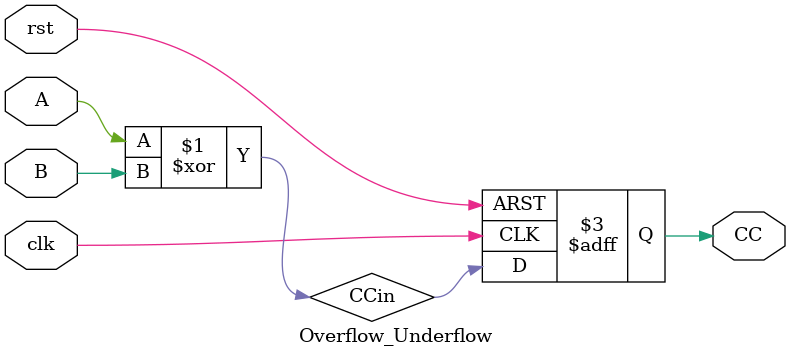
<source format=v>
`timescale 1ns / 1ps


module Overflow_Underflow(

    input  wire clk,    // Clock
    input  wire rst,    // Active-high reset
    input  wire A,      // 32-bit input
    input  wire B,
    output reg  CC    //CC - Reg

    );
    
    wire CCin;
    
    assign CCin = A ^ B;
    
        // Register outputs on clock
    always @(posedge clk or posedge rst) begin
        if (rst) begin
            CC <= 1'b0;
        end else begin
            CC  <= CCin;
        end
    end
    
    
endmodule

</source>
